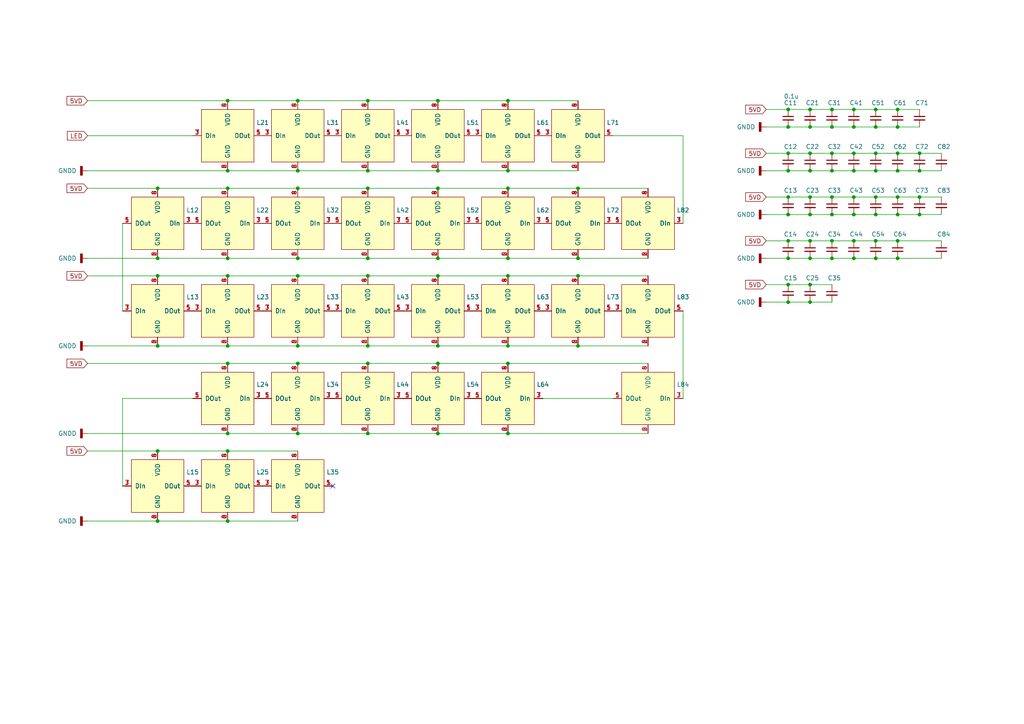
<source format=kicad_sch>
(kicad_sch (version 20211123) (generator eeschema)
  (paper "A4")
  (lib_symbols
    (symbol "00_KeyParts:WS2812-2020_both_sides" (pin_names (offset 1.016))
      (property "Reference" "L" (at 3.81 8.89 0))
      (symbol "WS2812-2020_both_sides_0_1"
        (rectangle (start -7.62 7.62) (end 7.62 -7.62) (fill (type background)))
      )
      (symbol "WS2812-2020_both_sides_1_1"
        (pin output line (at -10.16 0 0) (length 2.54) (name "DOut") (number "1"))
        (pin power_in line (at 0 -10.16 90) (length 2.54) (name "GND") (number "2"))
        (pin input line (at 10.16 0 180) (length 2.54) (name "DIn") (number "3"))
        (pin power_in line (at 0 10.16 270) (length 2.54) (name "VDD") (number "4"))
        (pin passive line (at -10.16 0 0) (length 2.54) (name "DOut") (number "5"))
        (pin power_in line (at 0 -10.16 90) (length 2.54) (name "") (number "6"))
        (pin input line (at 10.16 0 180) (length 2.54) (name "DIn") (number "7"))
        (pin power_in line (at 0 10.16 270) (length 2.54) (name "") (number "8"))
      )
    )
    (symbol "Device:C_Small" (pin_numbers hide) (pin_names (offset 0.254) hide)
      (property "Reference" "C" (at 0.254 1.778 0))
      (property "Value" "C_Small" (at 0.254 -2.032 0))
      (symbol "C_Small_0_1"
        (polyline (pts (xy -1.524 -0.508) (xy 1.524 -0.508)) (stroke (width 0.3302)))
        (polyline (pts (xy -1.524 0.508) (xy 1.524 0.508)) (stroke (width 0.3048)))
      )
      (symbol "C_Small_1_1"
        (pin passive line (at 0 2.54 270) (length 2.032) (name "~") (number "1"))
        (pin passive line (at 0 -2.54 90) (length 2.032) (name "~") (number "2"))
      )
    )
    (symbol "power:GNDD" (power) (pin_names (offset 0))
      (property "Value" "GNDD" (at 0 -3.175 0))
      (symbol "GNDD_0_1"
        (rectangle (start -1.27 -1.524) (end 1.27 -2.032) (stroke (width 0.254)) (fill (type outline)))
        (polyline (pts (xy 0 0) (xy 0 -1.524)))
      )
      (symbol "GNDD_1_1"
        (pin power_in line (at 0 0 270) (length 0) hide (name "GNDD") (number "1"))
      )
    )
  )
  (junction (at 66.04 100.33))
  (junction (at 86.36 105.41))
  (junction (at 234.95 69.85))
  (junction (at 241.3 74.93))
  (junction (at 241.3 69.85))
  (junction (at 228.6 57.15))
  (junction (at 234.95 87.63))
  (junction (at 228.6 44.45))
  (junction (at 234.95 62.23))
  (junction (at 86.36 74.93))
  (junction (at 266.7 49.53))
  (junction (at 234.95 74.93))
  (junction (at 147.32 100.33))
  (junction (at 260.35 57.15))
  (junction (at 147.32 29.21))
  (junction (at 241.3 57.15))
  (junction (at 127 49.53))
  (junction (at 45.72 54.61))
  (junction (at 247.65 74.93))
  (junction (at 147.32 74.93))
  (junction (at 66.04 54.61))
  (junction (at 106.68 49.53))
  (junction (at 266.7 44.45))
  (junction (at 228.6 49.53))
  (junction (at 167.64 74.93))
  (junction (at 45.72 100.33))
  (junction (at 127 125.73))
  (junction (at 247.65 44.45))
  (junction (at 254 74.93))
  (junction (at 147.32 54.61))
  (junction (at 127 74.93))
  (junction (at 86.36 54.61))
  (junction (at 228.6 62.23))
  (junction (at 106.68 105.41))
  (junction (at 66.04 49.53))
  (junction (at 147.32 80.01))
  (junction (at 247.65 62.23))
  (junction (at 45.72 80.01))
  (junction (at 247.65 36.83))
  (junction (at 254 31.75))
  (junction (at 147.32 125.73))
  (junction (at 247.65 31.75))
  (junction (at 106.68 100.33))
  (junction (at 254 49.53))
  (junction (at 106.68 74.93))
  (junction (at 86.36 29.21))
  (junction (at 234.95 36.83))
  (junction (at 241.3 31.75))
  (junction (at 241.3 36.83))
  (junction (at 228.6 82.55))
  (junction (at 260.35 74.93))
  (junction (at 228.6 74.93))
  (junction (at 127 80.01))
  (junction (at 66.04 105.41))
  (junction (at 247.65 69.85))
  (junction (at 260.35 62.23))
  (junction (at 260.35 36.83))
  (junction (at 66.04 130.81))
  (junction (at 86.36 49.53))
  (junction (at 234.95 49.53))
  (junction (at 45.72 130.81))
  (junction (at 66.04 29.21))
  (junction (at 106.68 80.01))
  (junction (at 266.7 57.15))
  (junction (at 254 36.83))
  (junction (at 254 62.23))
  (junction (at 228.6 31.75))
  (junction (at 86.36 100.33))
  (junction (at 86.36 80.01))
  (junction (at 260.35 69.85))
  (junction (at 241.3 62.23))
  (junction (at 167.64 100.33))
  (junction (at 127 54.61))
  (junction (at 45.72 151.13))
  (junction (at 86.36 125.73))
  (junction (at 254 57.15))
  (junction (at 66.04 151.13))
  (junction (at 241.3 49.53))
  (junction (at 260.35 44.45))
  (junction (at 247.65 57.15))
  (junction (at 167.64 80.01))
  (junction (at 45.72 74.93))
  (junction (at 147.32 49.53))
  (junction (at 106.68 125.73))
  (junction (at 266.7 62.23))
  (junction (at 241.3 44.45))
  (junction (at 127 29.21))
  (junction (at 228.6 69.85))
  (junction (at 66.04 125.73))
  (junction (at 254 44.45))
  (junction (at 167.64 54.61))
  (junction (at 260.35 31.75))
  (junction (at 234.95 31.75))
  (junction (at 228.6 87.63))
  (junction (at 66.04 74.93))
  (junction (at 247.65 49.53))
  (junction (at 106.68 54.61))
  (junction (at 234.95 82.55))
  (junction (at 66.04 80.01))
  (junction (at 106.68 29.21))
  (junction (at 234.95 57.15))
  (junction (at 127 105.41))
  (junction (at 234.95 44.45))
  (junction (at 260.35 49.53))
  (junction (at 228.6 36.83))
  (junction (at 254 69.85))
  (junction (at 147.32 105.41))
  (junction (at 127 100.33))
  (no_connect (at 96.52 140.97))
  (wire (pts (xy 147.32 54.61) (xy 167.64 54.61)))
  (wire (pts (xy 198.12 39.37) (xy 198.12 64.77)))
  (wire (pts (xy 25.4 105.41) (xy 66.04 105.41)))
  (wire (pts (xy 228.6 57.15) (xy 234.95 57.15)))
  (wire (pts (xy 25.4 54.61) (xy 45.72 54.61)))
  (wire (pts (xy 127 80.01) (xy 147.32 80.01)))
  (wire (pts (xy 25.4 125.73) (xy 66.04 125.73)))
  (wire (pts (xy 260.35 69.85) (xy 273.05 69.85)))
  (wire (pts (xy 66.04 74.93) (xy 86.36 74.93)))
  (wire (pts (xy 66.04 130.81) (xy 86.36 130.81)))
  (wire (pts (xy 228.6 74.93) (xy 234.95 74.93)))
  (wire (pts (xy 228.6 82.55) (xy 234.95 82.55)))
  (wire (pts (xy 222.25 49.53) (xy 228.6 49.53)))
  (wire (pts (xy 241.3 36.83) (xy 247.65 36.83)))
  (wire (pts (xy 254 74.93) (xy 260.35 74.93)))
  (wire (pts (xy 222.25 74.93) (xy 228.6 74.93)))
  (wire (pts (xy 86.36 80.01) (xy 106.68 80.01)))
  (wire (pts (xy 147.32 105.41) (xy 187.96 105.41)))
  (wire (pts (xy 234.95 49.53) (xy 241.3 49.53)))
  (wire (pts (xy 234.95 74.93) (xy 241.3 74.93)))
  (wire (pts (xy 147.32 80.01) (xy 167.64 80.01)))
  (wire (pts (xy 247.65 69.85) (xy 254 69.85)))
  (wire (pts (xy 127 29.21) (xy 147.32 29.21)))
  (wire (pts (xy 241.3 31.75) (xy 247.65 31.75)))
  (wire (pts (xy 106.68 105.41) (xy 127 105.41)))
  (wire (pts (xy 66.04 125.73) (xy 86.36 125.73)))
  (wire (pts (xy 147.32 49.53) (xy 167.64 49.53)))
  (wire (pts (xy 66.04 105.41) (xy 86.36 105.41)))
  (wire (pts (xy 254 36.83) (xy 260.35 36.83)))
  (wire (pts (xy 266.7 49.53) (xy 273.05 49.53)))
  (wire (pts (xy 247.65 74.93) (xy 254 74.93)))
  (wire (pts (xy 247.65 49.53) (xy 254 49.53)))
  (wire (pts (xy 234.95 87.63) (xy 241.3 87.63)))
  (wire (pts (xy 106.68 29.21) (xy 127 29.21)))
  (wire (pts (xy 234.95 62.23) (xy 241.3 62.23)))
  (wire (pts (xy 228.6 49.53) (xy 234.95 49.53)))
  (wire (pts (xy 167.64 80.01) (xy 187.96 80.01)))
  (wire (pts (xy 266.7 62.23) (xy 273.05 62.23)))
  (wire (pts (xy 86.36 74.93) (xy 106.68 74.93)))
  (wire (pts (xy 234.95 31.75) (xy 241.3 31.75)))
  (wire (pts (xy 247.65 62.23) (xy 254 62.23)))
  (wire (pts (xy 247.65 57.15) (xy 254 57.15)))
  (wire (pts (xy 222.25 31.75) (xy 228.6 31.75)))
  (wire (pts (xy 260.35 62.23) (xy 266.7 62.23)))
  (wire (pts (xy 241.3 44.45) (xy 247.65 44.45)))
  (wire (pts (xy 25.4 74.93) (xy 45.72 74.93)))
  (wire (pts (xy 66.04 151.13) (xy 86.36 151.13)))
  (wire (pts (xy 86.36 100.33) (xy 106.68 100.33)))
  (wire (pts (xy 247.65 44.45) (xy 254 44.45)))
  (wire (pts (xy 86.36 29.21) (xy 106.68 29.21)))
  (wire (pts (xy 222.25 57.15) (xy 228.6 57.15)))
  (wire (pts (xy 234.95 82.55) (xy 241.3 82.55)))
  (wire (pts (xy 106.68 100.33) (xy 127 100.33)))
  (wire (pts (xy 66.04 80.01) (xy 86.36 80.01)))
  (wire (pts (xy 45.72 130.81) (xy 66.04 130.81)))
  (wire (pts (xy 106.68 54.61) (xy 127 54.61)))
  (wire (pts (xy 66.04 49.53) (xy 86.36 49.53)))
  (wire (pts (xy 25.4 39.37) (xy 55.88 39.37)))
  (wire (pts (xy 86.36 49.53) (xy 106.68 49.53)))
  (wire (pts (xy 266.7 44.45) (xy 273.05 44.45)))
  (wire (pts (xy 228.6 36.83) (xy 234.95 36.83)))
  (wire (pts (xy 127 74.93) (xy 147.32 74.93)))
  (wire (pts (xy 127 54.61) (xy 147.32 54.61)))
  (wire (pts (xy 106.68 125.73) (xy 127 125.73)))
  (wire (pts (xy 127 105.41) (xy 147.32 105.41)))
  (wire (pts (xy 247.65 31.75) (xy 254 31.75)))
  (wire (pts (xy 167.64 74.93) (xy 187.96 74.93)))
  (wire (pts (xy 45.72 151.13) (xy 66.04 151.13)))
  (wire (pts (xy 25.4 100.33) (xy 45.72 100.33)))
  (wire (pts (xy 241.3 57.15) (xy 247.65 57.15)))
  (wire (pts (xy 45.72 80.01) (xy 66.04 80.01)))
  (wire (pts (xy 45.72 74.93) (xy 66.04 74.93)))
  (wire (pts (xy 254 31.75) (xy 260.35 31.75)))
  (wire (pts (xy 241.3 62.23) (xy 247.65 62.23)))
  (wire (pts (xy 254 69.85) (xy 260.35 69.85)))
  (wire (pts (xy 254 57.15) (xy 260.35 57.15)))
  (wire (pts (xy 45.72 54.61) (xy 66.04 54.61)))
  (wire (pts (xy 241.3 69.85) (xy 247.65 69.85)))
  (wire (pts (xy 147.32 100.33) (xy 167.64 100.33)))
  (wire (pts (xy 228.6 44.45) (xy 234.95 44.45)))
  (wire (pts (xy 260.35 31.75) (xy 266.7 31.75)))
  (wire (pts (xy 254 49.53) (xy 260.35 49.53)))
  (wire (pts (xy 241.3 49.53) (xy 247.65 49.53)))
  (wire (pts (xy 127 49.53) (xy 147.32 49.53)))
  (wire (pts (xy 25.4 151.13) (xy 45.72 151.13)))
  (wire (pts (xy 25.4 29.21) (xy 66.04 29.21)))
  (wire (pts (xy 198.12 90.17) (xy 198.12 115.57)))
  (wire (pts (xy 241.3 74.93) (xy 247.65 74.93)))
  (wire (pts (xy 234.95 44.45) (xy 241.3 44.45)))
  (wire (pts (xy 127 125.73) (xy 147.32 125.73)))
  (wire (pts (xy 167.64 54.61) (xy 187.96 54.61)))
  (wire (pts (xy 35.56 64.77) (xy 35.56 90.17)))
  (wire (pts (xy 66.04 29.21) (xy 86.36 29.21)))
  (wire (pts (xy 66.04 54.61) (xy 86.36 54.61)))
  (wire (pts (xy 222.25 69.85) (xy 228.6 69.85)))
  (wire (pts (xy 222.25 87.63) (xy 228.6 87.63)))
  (wire (pts (xy 260.35 44.45) (xy 266.7 44.45)))
  (wire (pts (xy 260.35 74.93) (xy 273.05 74.93)))
  (wire (pts (xy 228.6 87.63) (xy 234.95 87.63)))
  (wire (pts (xy 35.56 115.57) (xy 35.56 140.97)))
  (wire (pts (xy 260.35 36.83) (xy 266.7 36.83)))
  (wire (pts (xy 266.7 57.15) (xy 273.05 57.15)))
  (wire (pts (xy 86.36 105.41) (xy 106.68 105.41)))
  (wire (pts (xy 106.68 80.01) (xy 127 80.01)))
  (wire (pts (xy 45.72 100.33) (xy 66.04 100.33)))
  (wire (pts (xy 66.04 100.33) (xy 86.36 100.33)))
  (wire (pts (xy 254 62.23) (xy 260.35 62.23)))
  (wire (pts (xy 127 100.33) (xy 147.32 100.33)))
  (wire (pts (xy 228.6 31.75) (xy 234.95 31.75)))
  (wire (pts (xy 260.35 57.15) (xy 266.7 57.15)))
  (wire (pts (xy 86.36 54.61) (xy 106.68 54.61)))
  (wire (pts (xy 106.68 74.93) (xy 127 74.93)))
  (wire (pts (xy 177.8 39.37) (xy 198.12 39.37)))
  (wire (pts (xy 147.32 125.73) (xy 187.96 125.73)))
  (wire (pts (xy 25.4 130.81) (xy 45.72 130.81)))
  (wire (pts (xy 86.36 125.73) (xy 106.68 125.73)))
  (wire (pts (xy 254 44.45) (xy 260.35 44.45)))
  (wire (pts (xy 106.68 49.53) (xy 127 49.53)))
  (wire (pts (xy 25.4 49.53) (xy 66.04 49.53)))
  (wire (pts (xy 147.32 29.21) (xy 167.64 29.21)))
  (wire (pts (xy 167.64 100.33) (xy 187.96 100.33)))
  (wire (pts (xy 247.65 36.83) (xy 254 36.83)))
  (wire (pts (xy 222.25 82.55) (xy 228.6 82.55)))
  (wire (pts (xy 222.25 36.83) (xy 228.6 36.83)))
  (wire (pts (xy 55.88 115.57) (xy 35.56 115.57)))
  (wire (pts (xy 157.48 115.57) (xy 177.8 115.57)))
  (wire (pts (xy 234.95 69.85) (xy 241.3 69.85)))
  (wire (pts (xy 234.95 36.83) (xy 241.3 36.83)))
  (wire (pts (xy 234.95 57.15) (xy 241.3 57.15)))
  (wire (pts (xy 260.35 49.53) (xy 266.7 49.53)))
  (wire (pts (xy 147.32 74.93) (xy 167.64 74.93)))
  (wire (pts (xy 25.4 80.01) (xy 45.72 80.01)))
  (wire (pts (xy 228.6 62.23) (xy 234.95 62.23)))
  (wire (pts (xy 222.25 44.45) (xy 228.6 44.45)))
  (wire (pts (xy 222.25 62.23) (xy 228.6 62.23)))
  (wire (pts (xy 228.6 69.85) (xy 234.95 69.85)))
  (global_label "5VD" (shape input) (at 25.4 29.21 180) (property "Intersheet References" "${INTERSHEET_REFS}" (effects hide)))
  (global_label "5VD" (shape input) (at 222.25 69.85 180) (property "Intersheet References" "${INTERSHEET_REFS}" (effects hide)))
  (global_label "LED" (shape input) (at 25.4 39.37 180) (property "Intersheet References" "${INTERSHEET_REFS}" (effects hide)))
  (global_label "5VD" (shape input) (at 222.25 57.15 180) (property "Intersheet References" "${INTERSHEET_REFS}" (effects hide)))
  (global_label "5VD" (shape input) (at 25.4 54.61 180) (property "Intersheet References" "${INTERSHEET_REFS}" (effects hide)))
  (global_label "5VD" (shape input) (at 25.4 80.01 180) (property "Intersheet References" "${INTERSHEET_REFS}" (effects hide)))
  (global_label "5VD" (shape input) (at 222.25 31.75 180) (property "Intersheet References" "${INTERSHEET_REFS}" (effects hide)))
  (global_label "5VD" (shape input) (at 222.25 82.55 180) (property "Intersheet References" "${INTERSHEET_REFS}" (effects hide)))
  (global_label "5VD" (shape input) (at 222.25 44.45 180) (property "Intersheet References" "${INTERSHEET_REFS}" (effects hide)))
  (global_label "5VD" (shape input) (at 25.4 130.81 180) (property "Intersheet References" "${INTERSHEET_REFS}" (effects hide)))
  (global_label "5VD" (shape input) (at 25.4 105.41 180) (property "Intersheet References" "${INTERSHEET_REFS}" (effects hide)))
  (symbol (lib_id "00_KeyParts:WS2812-2020_both_sides") (at 86.36 115.57 0) (unit 1)
    (property "Reference" "L34" (at 96.52 111.5312 0))
    (property "Value" "WS2812-2020_both_sides" (effects hide))
    (property "Footprint" "00_KeyParts:WS2812B_2020_rev" (effects hide))
  )
  (symbol (lib_id "00_KeyParts:WS2812-2020_both_sides") (at 187.96 90.17 0) (mirror y) (unit 1)
    (property "Reference" "L83" (at 198.12 86.1312 0))
    (property "Value" "WS2812-2020_both_sides" (effects hide))
    (property "Footprint" "00_KeyParts:WS2812B_2020_rev" (effects hide))
  )
  (symbol (lib_id "00_KeyParts:WS2812-2020_both_sides") (at 127 115.57 0) (unit 1)
    (property "Reference" "L54" (at 137.16 111.5312 0))
    (property "Value" "WS2812-2020_both_sides" (effects hide))
    (property "Footprint" "00_KeyParts:WS2812B_2020_rev" (effects hide))
  )
  (symbol (lib_id "00_KeyParts:WS2812-2020_both_sides") (at 147.32 64.77 0) (unit 1)
    (property "Reference" "L62" (at 157.48 60.96 0))
    (property "Value" "WS2812-2020_both_sides" (effects hide))
    (property "Footprint" "00_KeyParts:WS2812B_2020_rev" (effects hide))
  )
  (symbol (lib_id "00_KeyParts:WS2812-2020_both_sides") (at 106.68 90.17 0) (mirror y) (unit 1)
    (property "Reference" "L43" (at 116.84 86.1312 0))
    (property "Value" "WS2812-2020_both_sides" (effects hide))
    (property "Footprint" "00_KeyParts:WS2812B_2020_rev" (effects hide))
  )
  (symbol (lib_id "Device:C_Small") (at 247.65 34.29 0) (unit 1)
    (property "Reference" "C41" (at 246.38 29.845 0) (effects (justify left)))
    (property "Value" "C_Small" (effects hide))
    (property "Footprint" "00_KeyParts:C_2012_rev" (effects hide))
  )
  (symbol (lib_id "Device:C_Small") (at 241.3 59.69 0) (unit 1)
    (property "Reference" "C33" (at 240.03 55.245 0) (effects (justify left)))
    (property "Value" "C_Small" (effects hide))
    (property "Footprint" "00_KeyParts:C_2012_rev" (effects hide))
  )
  (symbol (lib_id "00_KeyParts:WS2812-2020_both_sides") (at 86.36 140.97 0) (mirror y) (unit 1)
    (property "Reference" "L35" (at 96.52 136.9312 0))
    (property "Value" "WS2812-2020_both_sides" (effects hide))
    (property "Footprint" "00_KeyParts:WS2812B_2020_rev" (effects hide))
  )
  (symbol (lib_id "00_KeyParts:WS2812-2020_both_sides") (at 45.72 140.97 0) (mirror y) (unit 1)
    (property "Reference" "L15" (at 55.88 136.9312 0))
    (property "Value" "WS2812-2020_both_sides" (effects hide))
    (property "Footprint" "00_KeyParts:WS2812B_2020_rev" (effects hide))
  )
  (symbol (lib_id "00_KeyParts:WS2812-2020_both_sides") (at 167.64 39.37 0) (mirror y) (unit 1)
    (property "Reference" "L71" (at 177.8 35.56 0))
    (property "Value" "WS2812-2020_both_sides" (effects hide))
    (property "Footprint" "00_KeyParts:WS2812B_2020_rev" (effects hide))
  )
  (symbol (lib_id "00_KeyParts:WS2812-2020_both_sides") (at 187.96 64.77 0) (unit 1)
    (property "Reference" "L82" (at 198.12 60.96 0))
    (property "Value" "WS2812-2020_both_sides" (effects hide))
    (property "Footprint" "00_KeyParts:WS2812B_2020_rev" (effects hide))
  )
  (symbol (lib_id "00_KeyParts:WS2812-2020_both_sides") (at 106.68 39.37 0) (mirror y) (unit 1)
    (property "Reference" "L41" (at 116.84 35.56 0))
    (property "Value" "WS2812-2020_both_sides" (effects hide))
    (property "Footprint" "00_KeyParts:WS2812B_2020_rev" (effects hide))
  )
  (symbol (lib_id "00_KeyParts:WS2812-2020_both_sides") (at 187.96 115.57 0) (unit 1)
    (property "Reference" "L84" (at 198.12 111.5312 0))
    (property "Value" "WS2812-2020_both_sides" (effects hide))
    (property "Footprint" "00_KeyParts:WS2812B_2020_rev" (effects hide))
  )
  (symbol (lib_id "00_KeyParts:WS2812-2020_both_sides") (at 86.36 64.77 0) (unit 1)
    (property "Reference" "L32" (at 96.52 60.96 0))
    (property "Value" "WS2812-2020_both_sides" (effects hide))
    (property "Footprint" "00_KeyParts:WS2812B_2020_rev" (effects hide))
  )
  (symbol (lib_id "00_KeyParts:WS2812-2020_both_sides") (at 167.64 90.17 0) (mirror y) (unit 1)
    (property "Reference" "L73" (at 177.8 86.1312 0))
    (property "Value" "WS2812-2020_both_sides" (effects hide))
    (property "Footprint" "00_KeyParts:WS2812B_2020_rev" (effects hide))
  )
  (symbol (lib_id "Device:C_Small") (at 266.7 46.99 0) (unit 1)
    (property "Reference" "C72" (at 265.43 42.545 0) (effects (justify left)))
    (property "Value" "C_Small" (effects hide))
    (property "Footprint" "00_KeyParts:C_2012_rev" (effects hide))
  )
  (symbol (lib_id "Device:C_Small") (at 254 72.39 0) (unit 1)
    (property "Reference" "C54" (at 252.73 67.945 0) (effects (justify left)))
    (property "Value" "C_Small" (effects hide))
    (property "Footprint" "00_KeyParts:C_2012_rev" (effects hide))
  )
  (symbol (lib_id "Device:C_Small") (at 247.65 72.39 0) (unit 1)
    (property "Reference" "C44" (at 246.38 67.945 0) (effects (justify left)))
    (property "Value" "C_Small" (effects hide))
    (property "Footprint" "00_KeyParts:C_2012_rev" (effects hide))
  )
  (symbol (lib_id "Device:C_Small") (at 247.65 59.69 0) (unit 1)
    (property "Reference" "C43" (at 246.38 55.245 0) (effects (justify left)))
    (property "Value" "C_Small" (effects hide))
    (property "Footprint" "00_KeyParts:C_2012_rev" (effects hide))
  )
  (symbol (lib_id "00_KeyParts:WS2812-2020_both_sides") (at 127 64.77 0) (unit 1)
    (property "Reference" "L52" (at 137.16 60.96 0))
    (property "Value" "WS2812-2020_both_sides" (effects hide))
    (property "Footprint" "00_KeyParts:WS2812B_2020_rev" (effects hide))
  )
  (symbol (lib_id "00_KeyParts:WS2812-2020_both_sides") (at 147.32 39.37 0) (mirror y) (unit 1)
    (property "Reference" "L61" (at 157.48 35.56 0))
    (property "Value" "WS2812-2020_both_sides" (effects hide))
    (property "Footprint" "00_KeyParts:WS2812B_2020_rev" (effects hide))
  )
  (symbol (lib_id "Device:C_Small") (at 228.6 46.99 0) (unit 1)
    (property "Reference" "C12" (at 227.33 42.545 0) (effects (justify left)))
    (property "Value" "C_Small" (effects hide))
    (property "Footprint" "00_KeyParts:C_2012_rev" (effects hide))
  )
  (symbol (lib_id "Device:C_Small") (at 234.95 46.99 0) (unit 1)
    (property "Reference" "C22" (at 233.68 42.545 0) (effects (justify left)))
    (property "Value" "C_Small" (effects hide))
    (property "Footprint" "00_KeyParts:C_2012_rev" (effects hide))
  )
  (symbol (lib_id "power:GNDD") (at 25.4 74.93 270) (unit 1)
    (property "Reference" "#PWR0130" (effects hide))
    (property "Value" "GNDD" (at 22.225 74.9299 90) (effects (justify right)))
  )
  (symbol (lib_id "Device:C_Small") (at 260.35 59.69 0) (unit 1)
    (property "Reference" "C63" (at 259.08 55.245 0) (effects (justify left)))
    (property "Value" "C_Small" (effects hide))
    (property "Footprint" "00_KeyParts:C_2012_rev" (effects hide))
  )
  (symbol (lib_id "Device:C_Small") (at 234.95 85.09 0) (unit 1)
    (property "Reference" "C25" (at 233.68 80.645 0) (effects (justify left)))
    (property "Value" "C_Small" (effects hide))
    (property "Footprint" "00_KeyParts:C_2012_rev" (effects hide))
  )
  (symbol (lib_id "Device:C_Small") (at 273.05 59.69 0) (unit 1)
    (property "Reference" "C83" (at 271.78 55.245 0) (effects (justify left)))
    (property "Value" "C_Small" (effects hide))
    (property "Footprint" "00_KeyParts:C_2012_rev" (effects hide))
  )
  (symbol (lib_id "Device:C_Small") (at 228.6 85.09 0) (unit 1)
    (property "Reference" "C15" (at 227.33 80.645 0) (effects (justify left)))
    (property "Value" "C_Small" (effects hide))
    (property "Footprint" "00_KeyParts:C_2012_rev" (effects hide))
  )
  (symbol (lib_id "00_KeyParts:WS2812-2020_both_sides") (at 127 90.17 0) (mirror y) (unit 1)
    (property "Reference" "L53" (at 137.16 86.1312 0))
    (property "Value" "WS2812-2020_both_sides" (effects hide))
    (property "Footprint" "00_KeyParts:WS2812B_2020_rev" (effects hide))
  )
  (symbol (lib_id "00_KeyParts:WS2812-2020_both_sides") (at 106.68 64.77 0) (unit 1)
    (property "Reference" "L42" (at 116.84 60.96 0))
    (property "Value" "WS2812-2020_both_sides" (effects hide))
    (property "Footprint" "00_KeyParts:WS2812B_2020_rev" (effects hide))
  )
  (symbol (lib_id "power:GNDD") (at 222.25 49.53 270) (unit 1)
    (property "Reference" "#PWR0134" (effects hide))
    (property "Value" "GNDD" (at 219.075 49.5299 90) (effects (justify right)))
  )
  (symbol (lib_id "Device:C_Small") (at 241.3 72.39 0) (unit 1)
    (property "Reference" "C34" (at 240.03 67.945 0) (effects (justify left)))
    (property "Value" "C_Small" (effects hide))
    (property "Footprint" "00_KeyParts:C_2012_rev" (effects hide))
  )
  (symbol (lib_id "power:GNDD") (at 25.4 151.13 270) (unit 1)
    (property "Reference" "#PWR0131" (effects hide))
    (property "Value" "GNDD" (at 22.225 151.1299 90) (effects (justify right)))
  )
  (symbol (lib_id "Device:C_Small") (at 260.35 72.39 0) (unit 1)
    (property "Reference" "C64" (at 259.08 67.945 0) (effects (justify left)))
    (property "Value" "C_Small" (effects hide))
    (property "Footprint" "00_KeyParts:C_2012_rev" (effects hide))
  )
  (symbol (lib_id "Device:C_Small") (at 247.65 46.99 0) (unit 1)
    (property "Reference" "C42" (at 246.38 42.545 0) (effects (justify left)))
    (property "Value" "C_Small" (effects hide))
    (property "Footprint" "00_KeyParts:C_2012_rev" (effects hide))
  )
  (symbol (lib_id "Device:C_Small") (at 234.95 72.39 0) (unit 1)
    (property "Reference" "C24" (at 233.68 67.945 0) (effects (justify left)))
    (property "Value" "C_Small" (effects hide))
    (property "Footprint" "00_KeyParts:C_2012_rev" (effects hide))
  )
  (symbol (lib_id "power:GNDD") (at 222.25 62.23 270) (unit 1)
    (property "Reference" "#PWR0135" (effects hide))
    (property "Value" "GNDD" (at 219.075 62.2299 90) (effects (justify right)))
  )
  (symbol (lib_id "Device:C_Small") (at 266.7 59.69 0) (unit 1)
    (property "Reference" "C73" (at 265.43 55.245 0) (effects (justify left)))
    (property "Value" "C_Small" (effects hide))
    (property "Footprint" "00_KeyParts:C_2012_rev" (effects hide))
  )
  (symbol (lib_id "Device:C_Small") (at 234.95 34.29 0) (unit 1)
    (property "Reference" "C21" (at 233.68 29.845 0) (effects (justify left)))
    (property "Value" "C_Small" (effects hide))
    (property "Footprint" "00_KeyParts:C_2012_rev" (effects hide))
  )
  (symbol (lib_id "00_KeyParts:WS2812-2020_both_sides") (at 86.36 39.37 0) (mirror y) (unit 1)
    (property "Reference" "L31" (at 96.52 35.56 0))
    (property "Value" "WS2812-2020_both_sides" (effects hide))
    (property "Footprint" "00_KeyParts:WS2812B_2020_rev" (effects hide))
  )
  (symbol (lib_id "00_KeyParts:WS2812-2020_both_sides") (at 66.04 64.77 0) (unit 1)
    (property "Reference" "L22" (at 76.2 60.96 0))
    (property "Value" "WS2812-2020_both_sides" (effects hide))
    (property "Footprint" "00_KeyParts:WS2812B_2020_rev" (effects hide))
  )
  (symbol (lib_id "power:GNDD") (at 25.4 49.53 270) (unit 1)
    (property "Reference" "#PWR0113" (effects hide))
    (property "Value" "GNDD" (at 22.225 49.5299 90) (effects (justify right)))
  )
  (symbol (lib_id "Device:C_Small") (at 254 46.99 0) (unit 1)
    (property "Reference" "C52" (at 252.73 42.545 0) (effects (justify left)))
    (property "Value" "C_Small" (effects hide))
    (property "Footprint" "00_KeyParts:C_2012_rev" (effects hide))
  )
  (symbol (lib_id "00_KeyParts:WS2812-2020_both_sides") (at 45.72 64.77 0) (unit 1)
    (property "Reference" "L12" (at 55.88 60.96 0))
    (property "Value" "WS2812-2020_both_sides" (effects hide))
    (property "Footprint" "00_KeyParts:WS2812B_2020_rev" (effects hide))
  )
  (symbol (lib_id "Device:C_Small") (at 241.3 34.29 0) (unit 1)
    (property "Reference" "C31" (at 240.03 29.845 0) (effects (justify left)))
    (property "Value" "C_Small" (effects hide))
    (property "Footprint" "00_KeyParts:C_2012_rev" (effects hide))
  )
  (symbol (lib_id "Device:C_Small") (at 260.35 46.99 0) (unit 1)
    (property "Reference" "C62" (at 259.08 42.545 0) (effects (justify left)))
    (property "Value" "C_Small" (effects hide))
    (property "Footprint" "00_KeyParts:C_2012_rev" (effects hide))
  )
  (symbol (lib_id "00_KeyParts:WS2812-2020_both_sides") (at 66.04 39.37 0) (mirror y) (unit 1)
    (property "Reference" "L21" (at 76.2 35.56 0))
    (property "Value" "WS2812-2020_both_sides" (effects hide))
    (property "Footprint" "00_KeyParts:WS2812B_2020_rev" (effects hide))
  )
  (symbol (lib_id "power:GNDD") (at 222.25 87.63 270) (unit 1)
    (property "Reference" "#PWR0133" (effects hide))
    (property "Value" "GNDD" (at 219.075 87.6299 90) (effects (justify right)))
  )
  (symbol (lib_id "Device:C_Small") (at 273.05 46.99 0) (unit 1)
    (property "Reference" "C82" (at 271.78 42.545 0) (effects (justify left)))
    (property "Value" "C_Small" (effects hide))
    (property "Footprint" "00_KeyParts:C_2012_rev" (effects hide))
  )
  (symbol (lib_id "00_KeyParts:WS2812-2020_both_sides") (at 45.72 90.17 0) (mirror y) (unit 1)
    (property "Reference" "L13" (at 55.88 86.1312 0))
    (property "Value" "WS2812-2020_both_sides" (effects hide))
    (property "Footprint" "00_KeyParts:WS2812B_2020_rev" (effects hide))
  )
  (symbol (lib_id "Device:C_Small") (at 228.6 34.29 0) (unit 1)
    (property "Reference" "C11" (at 227.33 29.845 0) (effects (justify left)))
    (property "Value" "0.1u" (at 227.33 27.94 0) (effects (justify left)))
    (property "Footprint" "00_KeyParts:C_2012_rev" (effects hide))
  )
  (symbol (lib_id "Device:C_Small") (at 228.6 72.39 0) (unit 1)
    (property "Reference" "C14" (at 227.33 67.945 0) (effects (justify left)))
    (property "Value" "C_Small" (effects hide))
    (property "Footprint" "00_KeyParts:C_2012_rev" (effects hide))
  )
  (symbol (lib_id "00_KeyParts:WS2812-2020_both_sides") (at 66.04 90.17 0) (mirror y) (unit 1)
    (property "Reference" "L23" (at 76.2 86.1312 0))
    (property "Value" "WS2812-2020_both_sides" (effects hide))
    (property "Footprint" "00_KeyParts:WS2812B_2020_rev" (effects hide))
  )
  (symbol (lib_id "Device:C_Small") (at 234.95 59.69 0) (unit 1)
    (property "Reference" "C23" (at 233.68 55.245 0) (effects (justify left)))
    (property "Value" "C_Small" (effects hide))
    (property "Footprint" "00_KeyParts:C_2012_rev" (effects hide))
  )
  (symbol (lib_id "Device:C_Small") (at 241.3 46.99 0) (unit 1)
    (property "Reference" "C32" (at 240.03 42.545 0) (effects (justify left)))
    (property "Value" "C_Small" (effects hide))
    (property "Footprint" "00_KeyParts:C_2012_rev" (effects hide))
  )
  (symbol (lib_id "Device:C_Small") (at 260.35 34.29 0) (unit 1)
    (property "Reference" "C61" (at 259.08 29.845 0) (effects (justify left)))
    (property "Value" "C_Small" (effects hide))
    (property "Footprint" "00_KeyParts:C_2012_rev" (effects hide))
  )
  (symbol (lib_id "power:GNDD") (at 222.25 36.83 270) (unit 1)
    (property "Reference" "#PWR0132" (effects hide))
    (property "Value" "GNDD" (at 219.075 36.8299 90) (effects (justify right)))
  )
  (symbol (lib_id "power:GNDD") (at 25.4 125.73 270) (unit 1)
    (property "Reference" "#PWR0128" (effects hide))
    (property "Value" "GNDD" (at 22.225 125.7299 90) (effects (justify right)))
  )
  (symbol (lib_id "00_KeyParts:WS2812-2020_both_sides") (at 66.04 140.97 0) (mirror y) (unit 1)
    (property "Reference" "L25" (at 76.2 136.9312 0))
    (property "Value" "WS2812-2020_both_sides" (effects hide))
    (property "Footprint" "00_KeyParts:WS2812B_2020_rev" (effects hide))
  )
  (symbol (lib_id "power:GNDD") (at 222.25 74.93 270) (unit 1)
    (property "Reference" "#PWR0136" (effects hide))
    (property "Value" "GNDD" (at 219.075 74.9299 90) (effects (justify right)))
  )
  (symbol (lib_id "Device:C_Small") (at 273.05 72.39 0) (unit 1)
    (property "Reference" "C84" (at 271.78 67.945 0) (effects (justify left)))
    (property "Value" "C_Small" (effects hide))
    (property "Footprint" "00_KeyParts:C_2012_rev" (effects hide))
  )
  (symbol (lib_id "Device:C_Small") (at 241.3 85.09 0) (unit 1)
    (property "Reference" "C35" (at 240.03 80.645 0) (effects (justify left)))
    (property "Value" "C_Small" (effects hide))
    (property "Footprint" "00_KeyParts:C_2012_rev" (effects hide))
  )
  (symbol (lib_id "00_KeyParts:WS2812-2020_both_sides") (at 106.68 115.57 0) (unit 1)
    (property "Reference" "L44" (at 116.84 111.5312 0))
    (property "Value" "WS2812-2020_both_sides" (effects hide))
    (property "Footprint" "00_KeyParts:WS2812B_2020_rev" (effects hide))
  )
  (symbol (lib_id "00_KeyParts:WS2812-2020_both_sides") (at 147.32 90.17 0) (mirror y) (unit 1)
    (property "Reference" "L63" (at 157.48 86.1312 0))
    (property "Value" "WS2812-2020_both_sides" (effects hide))
    (property "Footprint" "00_KeyParts:WS2812B_2020_rev" (effects hide))
  )
  (symbol (lib_id "00_KeyParts:WS2812-2020_both_sides") (at 86.36 90.17 0) (mirror y) (unit 1)
    (property "Reference" "L33" (at 96.52 86.1312 0))
    (property "Value" "WS2812-2020_both_sides" (effects hide))
    (property "Footprint" "00_KeyParts:WS2812B_2020_rev" (effects hide))
  )
  (symbol (lib_id "00_KeyParts:WS2812-2020_both_sides") (at 167.64 64.77 0) (unit 1)
    (property "Reference" "L72" (at 177.8 60.96 0))
    (property "Value" "WS2812-2020_both_sides" (effects hide))
    (property "Footprint" "00_KeyParts:WS2812B_2020_rev" (effects hide))
  )
  (symbol (lib_id "Device:C_Small") (at 228.6 59.69 0) (unit 1)
    (property "Reference" "C13" (at 227.33 55.245 0) (effects (justify left)))
    (property "Value" "C_Small" (effects hide))
    (property "Footprint" "00_KeyParts:C_2012_rev" (effects hide))
  )
  (symbol (lib_id "Device:C_Small") (at 254 59.69 0) (unit 1)
    (property "Reference" "C53" (at 252.73 55.245 0) (effects (justify left)))
    (property "Value" "C_Small" (effects hide))
    (property "Footprint" "00_KeyParts:C_2012_rev" (effects hide))
  )
  (symbol (lib_id "00_KeyParts:WS2812-2020_both_sides") (at 127 39.37 0) (mirror y) (unit 1)
    (property "Reference" "L51" (at 137.16 35.56 0))
    (property "Value" "WS2812-2020_both_sides" (effects hide))
    (property "Footprint" "00_KeyParts:WS2812B_2020_rev" (effects hide))
  )
  (symbol (lib_id "power:GNDD") (at 25.4 100.33 270) (unit 1)
    (property "Reference" "#PWR0129" (effects hide))
    (property "Value" "GNDD" (at 22.225 100.3299 90) (effects (justify right)))
  )
  (symbol (lib_id "Device:C_Small") (at 266.7 34.29 0) (unit 1)
    (property "Reference" "C71" (at 265.43 29.845 0) (effects (justify left)))
    (property "Value" "C_Small" (effects hide))
    (property "Footprint" "00_KeyParts:C_2012_rev" (effects hide))
  )
  (symbol (lib_id "00_KeyParts:WS2812-2020_both_sides") (at 66.04 115.57 0) (unit 1)
    (property "Reference" "L24" (at 76.2 111.5312 0))
    (property "Value" "WS2812-2020_both_sides" (effects hide))
    (property "Footprint" "00_KeyParts:WS2812B_2020_rev" (effects hide))
  )
  (symbol (lib_id "Device:C_Small") (at 254 34.29 0) (unit 1)
    (property "Reference" "C51" (at 252.73 29.845 0) (effects (justify left)))
    (property "Value" "C_Small" (effects hide))
    (property "Footprint" "00_KeyParts:C_2012_rev" (effects hide))
  )
  (symbol (lib_id "00_KeyParts:WS2812-2020_both_sides") (at 147.32 115.57 0) (unit 1)
    (property "Reference" "L64" (at 157.48 111.5312 0))
    (property "Value" "WS2812-2020_both_sides" (effects hide))
    (property "Footprint" "00_KeyParts:WS2812B_2020_rev" (effects hide))
  )
)
</source>
